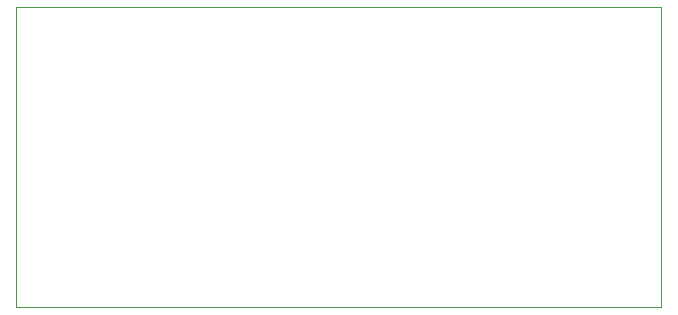
<source format=gbr>
%TF.GenerationSoftware,KiCad,Pcbnew,(5.1.6)-1*%
%TF.CreationDate,2020-07-26T08:56:46-05:00*%
%TF.ProjectId,nanoRT,6e616e6f-5254-42e6-9b69-6361645f7063,rev?*%
%TF.SameCoordinates,Original*%
%TF.FileFunction,Profile,NP*%
%FSLAX46Y46*%
G04 Gerber Fmt 4.6, Leading zero omitted, Abs format (unit mm)*
G04 Created by KiCad (PCBNEW (5.1.6)-1) date 2020-07-26 08:56:46*
%MOMM*%
%LPD*%
G01*
G04 APERTURE LIST*
%TA.AperFunction,Profile*%
%ADD10C,0.050000*%
%TD*%
G04 APERTURE END LIST*
D10*
X149860000Y-104140000D02*
X149860000Y-78740000D01*
X95250000Y-104140000D02*
X149860000Y-104140000D01*
X95250000Y-78740000D02*
X95250000Y-104140000D01*
X149860000Y-78740000D02*
X95250000Y-78740000D01*
M02*

</source>
